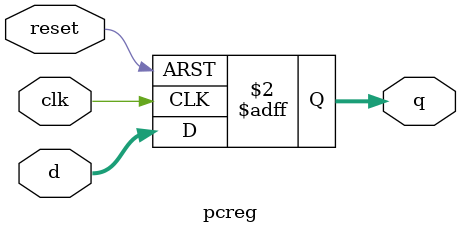
<source format=sv>
module pcreg #(parameter WIDTH = 8)
	(input logic clk, reset,
	input logic [WIDTH-1:0] d,
	output logic [WIDTH-1:0] q);
		always_ff @(posedge clk, posedge reset)
			if (reset) q <= 0;
			else q <= d;
endmodule
</source>
